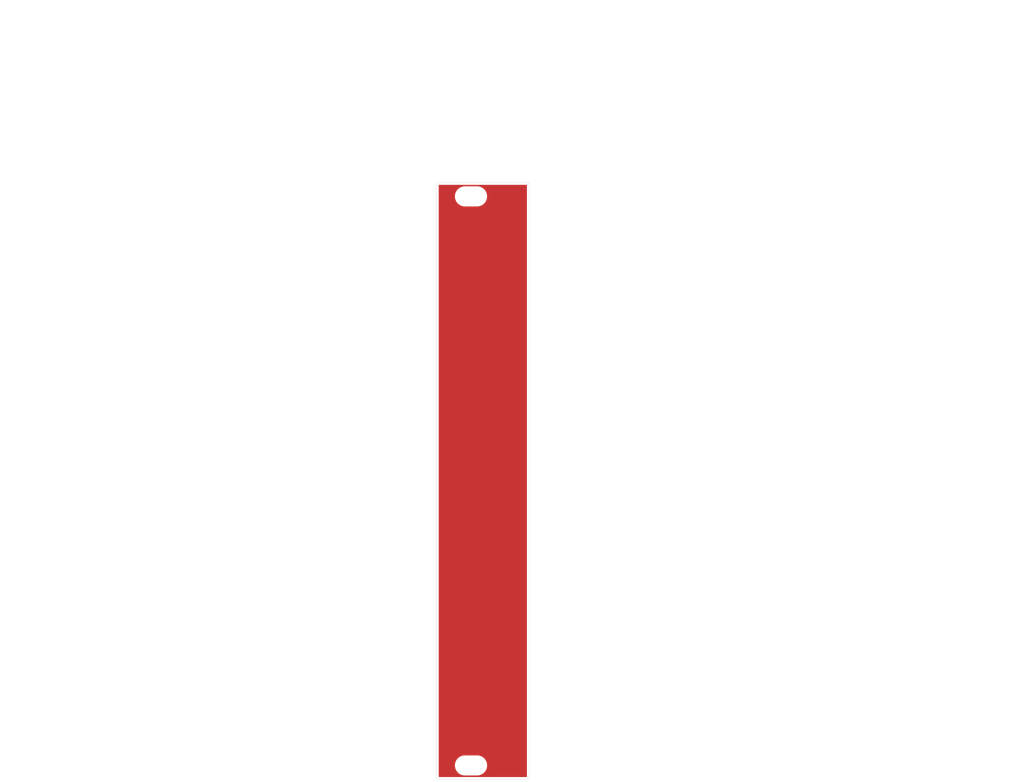
<source format=kicad_pcb>
(kicad_pcb (version 20211014) (generator pcbnew)
  (title_block (title "3U 4HP blanking DIN41612 with PCB mounting hole") (date "2021-08-12") (rev "v1.1") (company "Marten Electric by Martin Niec; www.martenelectric.cz; martenelectric@gmail.com") (comment 1 "PCB dimensions: 20x128mm, 1 layer Aluminium") (comment 2 "Creative Commons Attribution 4.0 International license. CC-BY-4.0"))
  (layers (0 "F.Cu" signal) (31 "B.Cu" signal) (34 "B.Paste" user) (35 "F.Paste" user) (36 "B.SilkS" user "B.Silkscreen") (37 "F.SilkS" user "F.Silkscreen") (38 "B.Mask" user) (39 "F.Mask" user) (44 "Edge.Cuts" user))
  (net 0 "")
  (footprint "Marten Atomics Logo 1" (layer "F.Cu") (at 0 0)
    (fp_text reference "REF**" hide)
    (fp_text value "Marten Atomics Logo 1" hide)
  )
  (footprint "Marten Atomics Logo 1" (layer "F.Cu") (at 0 0)
    (fp_text reference "REF**" hide)
    (fp_text value "Marten Atomics Logo 1" hide)
  )
  (footprint "Marten Atomics Logo 1" (layer "F.Cu") (at 0 0)
    (fp_text reference "REF**" hide)
    (fp_text value "Marten Atomics Logo 1" hide)
  )
  (footprint "MountingHole:MountingHole_2.7mm" (layer "F.Cu") (at 100.996 164.392)
    (fp_text reference "H1" hide)
    (fp_text value "MountingHole_Pad" hide)
    (pad "" np_thru_hole oval locked (at 0 0) (size 5.9 3.3) (drill oval 5.9 3.3) (layers "F.Cu"))
  )
  (footprint "MountingHole:MountingHole_2.7mm" (layer "F.Cu") (at 100.996 41.992)
    (fp_text reference "H1" hide)
    (fp_text value "MountingHole_Pad" hide)
    (pad "" np_thru_hole oval locked (at 0 0) (size 5.9 3.3) (drill oval 5.9 3.3) (layers "F.Cu"))
  )
  (gr_line (start 113.526 38.992) (end 113.526 167.392) (layer "Edge.Cuts") (width 0.05))
  (gr_line (start 93.546 38.992) (end 113.526 38.992) (layer "Edge.Cuts") (width 0.05))
  (gr_line (start 113.526 167.392) (end 93.546 167.392) (layer "Edge.Cuts") (width 0.05))
  (gr_line (start 93.546 167.392) (end 93.546 38.992) (layer "Edge.Cuts") (width 0.05))
  (zone (net 0) (net_name "") (layer "F.Cu") (connect_pads (clearance 0.508)) (min_thickness 0.254) (fill yes (thermal_gap 0.508) (thermal_bridge_width 0.508))
    (polygon (pts (xy 114.546 167.992) (xy 92.546 167.992) (xy 92.546 37.992) (xy 114.546 37.992)))
  )
)
</source>
